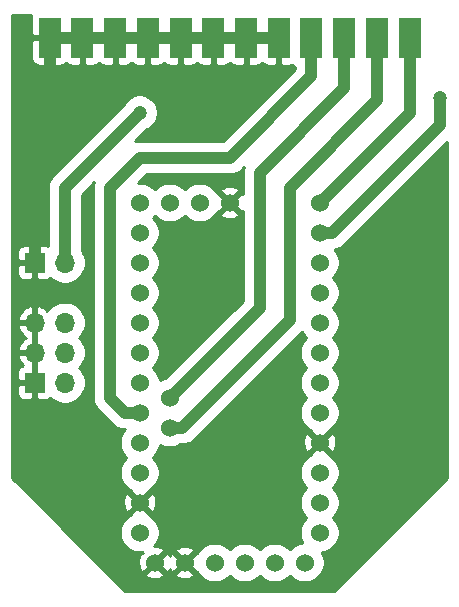
<source format=gbr>
G04 #@! TF.GenerationSoftware,KiCad,Pcbnew,5.1.5+dfsg1-2build2*
G04 #@! TF.CreationDate,2021-03-14T02:46:22+03:00*
G04 #@! TF.ProjectId,grbl-db25,6772626c-2d64-4623-9235-2e6b69636164,rev?*
G04 #@! TF.SameCoordinates,PX66f2fb0PY5e78920*
G04 #@! TF.FileFunction,Copper,L2,Bot*
G04 #@! TF.FilePolarity,Positive*
%FSLAX46Y46*%
G04 Gerber Fmt 4.6, Leading zero omitted, Abs format (unit mm)*
G04 Created by KiCad (PCBNEW 5.1.5+dfsg1-2build2) date 2021-03-14 02:46:22*
%MOMM*%
%LPD*%
G04 APERTURE LIST*
%ADD10C,1.524000*%
%ADD11R,1.700000X1.700000*%
%ADD12O,1.700000X1.700000*%
%ADD13R,1.846667X3.480000*%
%ADD14C,1.200000*%
%ADD15C,1.000000*%
%ADD16C,0.254000*%
G04 APERTURE END LIST*
D10*
X13970000Y-35560000D03*
X26670000Y-36830000D03*
X26670000Y-39370000D03*
X26670000Y-41910000D03*
X26670000Y-44450000D03*
X26670000Y-34290000D03*
X26670000Y-16510000D03*
X11430000Y-16510000D03*
X11430000Y-19050000D03*
X11430000Y-21590000D03*
X11430000Y-24130000D03*
X11430000Y-26670000D03*
X11430000Y-29210000D03*
X11430000Y-31750000D03*
X11430000Y-34290000D03*
X11430000Y-36830000D03*
X11430000Y-41910000D03*
X16510000Y-16510000D03*
X13970000Y-16510000D03*
X13970000Y-33020000D03*
X26670000Y-21590000D03*
X11430000Y-39370000D03*
X26670000Y-19050000D03*
X11430000Y-44450000D03*
X20320000Y-46990000D03*
X22860000Y-46990000D03*
X25400000Y-46990000D03*
X17780000Y-46990000D03*
X15240000Y-46990000D03*
X12700000Y-46990000D03*
X19050000Y-16510000D03*
X26670000Y-31750000D03*
X26670000Y-29210000D03*
X26670000Y-26670000D03*
X26670000Y-24130000D03*
D11*
X2540000Y-31750000D03*
D12*
X5080000Y-31750000D03*
X2540000Y-29210000D03*
X5080000Y-29210000D03*
X2540000Y-26670000D03*
X5080000Y-26670000D03*
X5080000Y-21590000D03*
D11*
X2540000Y-21590000D03*
D13*
X34285000Y-2540000D03*
X31515000Y-2540000D03*
X28745000Y-2540000D03*
X25975000Y-2540000D03*
X23205000Y-2540000D03*
X20435000Y-2540000D03*
X17665000Y-2540000D03*
X14895000Y-2540000D03*
X12125000Y-2540000D03*
X9355000Y-2540000D03*
X6585000Y-2540000D03*
X3815000Y-2540000D03*
D14*
X36830000Y-7620000D03*
X11430000Y-8890000D03*
D15*
X15047630Y-35560000D02*
X24130000Y-26477630D01*
X13970000Y-35560000D02*
X15047630Y-35560000D01*
X24130000Y-26477630D02*
X24130000Y-15240000D01*
X31515000Y-7855000D02*
X24130000Y-15240000D01*
X31515000Y-2540000D02*
X31515000Y-7855000D01*
X2540000Y-21590000D02*
X2540000Y-10160000D01*
X3815000Y-8885000D02*
X3815000Y-2540000D01*
X2540000Y-10160000D02*
X3815000Y-8885000D01*
X3815000Y-2540000D02*
X23205000Y-2540000D01*
X34285000Y-8895000D02*
X34285000Y-2540000D01*
X26670000Y-16510000D02*
X34285000Y-8895000D01*
X21590000Y-13975598D02*
X21590000Y-25400000D01*
X21590000Y-25400000D02*
X13970000Y-33020000D01*
X28745000Y-6820598D02*
X21590000Y-13975598D01*
X28745000Y-2540000D02*
X28745000Y-6820598D01*
X8890000Y-33020000D02*
X10160000Y-34290000D01*
X10160000Y-34290000D02*
X11430000Y-34290000D01*
X8890000Y-15240000D02*
X8890000Y-33020000D01*
X11430000Y-12700000D02*
X8890000Y-15240000D01*
X19050000Y-12700000D02*
X11430000Y-12700000D01*
X25975000Y-5775000D02*
X19050000Y-12700000D01*
X25975000Y-2540000D02*
X25975000Y-5775000D01*
X36830000Y-9967630D02*
X36830000Y-7620000D01*
X27747630Y-19050000D02*
X36830000Y-9967630D01*
X26670000Y-19050000D02*
X27747630Y-19050000D01*
X5080000Y-21590000D02*
X5080000Y-16504402D01*
X5080000Y-16504402D02*
X5080000Y-15240000D01*
X5080000Y-15240000D02*
X11430000Y-8890000D01*
D16*
G36*
X2265855Y-675518D02*
G01*
X2253595Y-800000D01*
X2256667Y-2254250D01*
X2415417Y-2413000D01*
X3688000Y-2413000D01*
X3688000Y-2393000D01*
X3942000Y-2393000D01*
X3942000Y-2413000D01*
X6458000Y-2413000D01*
X6458000Y-2393000D01*
X6712000Y-2393000D01*
X6712000Y-2413000D01*
X9228000Y-2413000D01*
X9228000Y-2393000D01*
X9482000Y-2393000D01*
X9482000Y-2413000D01*
X11998000Y-2413000D01*
X11998000Y-2393000D01*
X12252000Y-2393000D01*
X12252000Y-2413000D01*
X14768000Y-2413000D01*
X14768000Y-2393000D01*
X15022000Y-2393000D01*
X15022000Y-2413000D01*
X17538000Y-2413000D01*
X17538000Y-2393000D01*
X17792000Y-2393000D01*
X17792000Y-2413000D01*
X20308000Y-2413000D01*
X20308000Y-2393000D01*
X20562000Y-2393000D01*
X20562000Y-2413000D01*
X23078000Y-2413000D01*
X23078000Y-2393000D01*
X23332000Y-2393000D01*
X23332000Y-2413000D01*
X23352000Y-2413000D01*
X23352000Y-2667000D01*
X23332000Y-2667000D01*
X23332000Y-4756250D01*
X23490750Y-4915000D01*
X24128333Y-4918072D01*
X24252815Y-4905812D01*
X24343480Y-4878309D01*
X24393008Y-4938659D01*
X24534162Y-5054501D01*
X24548001Y-5061898D01*
X24548001Y-5183916D01*
X18458918Y-11273000D01*
X11500087Y-11273000D01*
X11429999Y-11266097D01*
X11359911Y-11273000D01*
X11359902Y-11273000D01*
X11150259Y-11293648D01*
X10998355Y-11339727D01*
X12053554Y-10284529D01*
X12153306Y-10243210D01*
X12403406Y-10076099D01*
X12616099Y-9863406D01*
X12783210Y-9613306D01*
X12898319Y-9335410D01*
X12957000Y-9040396D01*
X12957000Y-8739604D01*
X12898319Y-8444590D01*
X12783210Y-8166694D01*
X12616099Y-7916594D01*
X12403406Y-7703901D01*
X12153306Y-7536790D01*
X11875410Y-7421681D01*
X11580396Y-7363000D01*
X11279604Y-7363000D01*
X10984590Y-7421681D01*
X10706694Y-7536790D01*
X10456594Y-7703901D01*
X10243901Y-7916594D01*
X10076790Y-8166694D01*
X10035471Y-8266446D01*
X4120523Y-14181395D01*
X4066078Y-14226077D01*
X4021396Y-14280522D01*
X4021392Y-14280526D01*
X3887753Y-14443366D01*
X3755245Y-14691269D01*
X3673648Y-14960259D01*
X3653000Y-15169902D01*
X3653000Y-15169912D01*
X3646097Y-15240000D01*
X3653000Y-15310088D01*
X3653000Y-16574499D01*
X3653001Y-16574509D01*
X3653000Y-20160558D01*
X3634180Y-20150498D01*
X3514482Y-20114188D01*
X3390000Y-20101928D01*
X2825750Y-20105000D01*
X2667000Y-20263750D01*
X2667000Y-21463000D01*
X2687000Y-21463000D01*
X2687000Y-21717000D01*
X2667000Y-21717000D01*
X2667000Y-22916250D01*
X2825750Y-23075000D01*
X3390000Y-23078072D01*
X3514482Y-23065812D01*
X3634180Y-23029502D01*
X3744494Y-22970537D01*
X3841185Y-22891185D01*
X3853330Y-22876387D01*
X3947229Y-22970286D01*
X4238275Y-23164757D01*
X4561668Y-23298711D01*
X4904981Y-23367000D01*
X5255019Y-23367000D01*
X5598332Y-23298711D01*
X5921725Y-23164757D01*
X6212771Y-22970286D01*
X6460286Y-22722771D01*
X6654757Y-22431725D01*
X6788711Y-22108332D01*
X6857000Y-21765019D01*
X6857000Y-21414981D01*
X6788711Y-21071668D01*
X6654757Y-20748275D01*
X6507000Y-20527141D01*
X6507000Y-15831082D01*
X7529728Y-14808354D01*
X7483648Y-14960260D01*
X7463000Y-15169903D01*
X7463000Y-15169912D01*
X7456097Y-15240000D01*
X7463000Y-15310088D01*
X7463001Y-32949902D01*
X7456097Y-33020000D01*
X7483649Y-33299741D01*
X7565246Y-33568731D01*
X7697753Y-33816634D01*
X7831392Y-33979474D01*
X7831396Y-33979478D01*
X7876078Y-34033923D01*
X7930523Y-34078605D01*
X9101390Y-35249472D01*
X9146077Y-35303923D01*
X9363366Y-35482248D01*
X9611269Y-35614755D01*
X9880259Y-35696352D01*
X10089902Y-35717000D01*
X10089911Y-35717000D01*
X10148612Y-35722781D01*
X10118068Y-35753325D01*
X9933228Y-36029959D01*
X9805908Y-36337337D01*
X9741000Y-36663648D01*
X9741000Y-36996352D01*
X9805908Y-37322663D01*
X9933228Y-37630041D01*
X10118068Y-37906675D01*
X10311393Y-38100000D01*
X10118068Y-38293325D01*
X9933228Y-38569959D01*
X9805908Y-38877337D01*
X9741000Y-39203648D01*
X9741000Y-39536352D01*
X9805908Y-39862663D01*
X9933228Y-40170041D01*
X10118068Y-40446675D01*
X10353325Y-40681932D01*
X10629959Y-40866772D01*
X10662003Y-40880045D01*
X10644040Y-40944435D01*
X11430000Y-41730395D01*
X12215960Y-40944435D01*
X12197997Y-40880045D01*
X12230041Y-40866772D01*
X12506675Y-40681932D01*
X12741932Y-40446675D01*
X12926772Y-40170041D01*
X13054092Y-39862663D01*
X13119000Y-39536352D01*
X13119000Y-39203648D01*
X13054092Y-38877337D01*
X12926772Y-38569959D01*
X12741932Y-38293325D01*
X12548607Y-38100000D01*
X12741932Y-37906675D01*
X12926772Y-37630041D01*
X13054092Y-37322663D01*
X13114370Y-37019629D01*
X13169959Y-37056772D01*
X13477337Y-37184092D01*
X13803648Y-37249000D01*
X14136352Y-37249000D01*
X14462663Y-37184092D01*
X14770041Y-37056772D01*
X14874463Y-36987000D01*
X14977542Y-36987000D01*
X15047630Y-36993903D01*
X15117718Y-36987000D01*
X15117728Y-36987000D01*
X15327371Y-36966352D01*
X15539455Y-36902017D01*
X25268090Y-36902017D01*
X25309078Y-37174133D01*
X25402364Y-37433023D01*
X25464344Y-37548980D01*
X25704435Y-37615960D01*
X26490395Y-36830000D01*
X26849605Y-36830000D01*
X27635565Y-37615960D01*
X27875656Y-37548980D01*
X27992756Y-37299952D01*
X28059023Y-37032865D01*
X28071910Y-36757983D01*
X28030922Y-36485867D01*
X27937636Y-36226977D01*
X27875656Y-36111020D01*
X27635565Y-36044040D01*
X26849605Y-36830000D01*
X26490395Y-36830000D01*
X25704435Y-36044040D01*
X25464344Y-36111020D01*
X25347244Y-36360048D01*
X25280977Y-36627135D01*
X25268090Y-36902017D01*
X15539455Y-36902017D01*
X15596361Y-36884755D01*
X15844264Y-36752248D01*
X16061553Y-36573923D01*
X16106239Y-36519473D01*
X25089483Y-27536230D01*
X25143922Y-27491553D01*
X25169320Y-27460606D01*
X25173228Y-27470041D01*
X25358068Y-27746675D01*
X25551393Y-27940000D01*
X25358068Y-28133325D01*
X25173228Y-28409959D01*
X25045908Y-28717337D01*
X24981000Y-29043648D01*
X24981000Y-29376352D01*
X25045908Y-29702663D01*
X25173228Y-30010041D01*
X25358068Y-30286675D01*
X25551393Y-30480000D01*
X25358068Y-30673325D01*
X25173228Y-30949959D01*
X25045908Y-31257337D01*
X24981000Y-31583648D01*
X24981000Y-31916352D01*
X25045908Y-32242663D01*
X25173228Y-32550041D01*
X25358068Y-32826675D01*
X25551393Y-33020000D01*
X25358068Y-33213325D01*
X25173228Y-33489959D01*
X25045908Y-33797337D01*
X24981000Y-34123648D01*
X24981000Y-34456352D01*
X25045908Y-34782663D01*
X25173228Y-35090041D01*
X25358068Y-35366675D01*
X25593325Y-35601932D01*
X25869959Y-35786772D01*
X25902003Y-35800045D01*
X25884040Y-35864435D01*
X26670000Y-36650395D01*
X27455960Y-35864435D01*
X27437997Y-35800045D01*
X27470041Y-35786772D01*
X27746675Y-35601932D01*
X27981932Y-35366675D01*
X28166772Y-35090041D01*
X28294092Y-34782663D01*
X28359000Y-34456352D01*
X28359000Y-34123648D01*
X28294092Y-33797337D01*
X28166772Y-33489959D01*
X27981932Y-33213325D01*
X27788607Y-33020000D01*
X27981932Y-32826675D01*
X28166772Y-32550041D01*
X28294092Y-32242663D01*
X28359000Y-31916352D01*
X28359000Y-31583648D01*
X28294092Y-31257337D01*
X28166772Y-30949959D01*
X27981932Y-30673325D01*
X27788607Y-30480000D01*
X27981932Y-30286675D01*
X28166772Y-30010041D01*
X28294092Y-29702663D01*
X28359000Y-29376352D01*
X28359000Y-29043648D01*
X28294092Y-28717337D01*
X28166772Y-28409959D01*
X27981932Y-28133325D01*
X27788607Y-27940000D01*
X27981932Y-27746675D01*
X28166772Y-27470041D01*
X28294092Y-27162663D01*
X28359000Y-26836352D01*
X28359000Y-26503648D01*
X28294092Y-26177337D01*
X28166772Y-25869959D01*
X27981932Y-25593325D01*
X27788607Y-25400000D01*
X27981932Y-25206675D01*
X28166772Y-24930041D01*
X28294092Y-24622663D01*
X28359000Y-24296352D01*
X28359000Y-23963648D01*
X28294092Y-23637337D01*
X28166772Y-23329959D01*
X27981932Y-23053325D01*
X27788607Y-22860000D01*
X27981932Y-22666675D01*
X28166772Y-22390041D01*
X28294092Y-22082663D01*
X28359000Y-21756352D01*
X28359000Y-21423648D01*
X28294092Y-21097337D01*
X28166772Y-20789959D01*
X27981932Y-20513325D01*
X27934141Y-20465534D01*
X28027371Y-20456352D01*
X28296361Y-20374755D01*
X28544264Y-20242248D01*
X28761553Y-20063923D01*
X28806239Y-20009473D01*
X37440001Y-11375712D01*
X37440001Y-39850393D01*
X27887394Y-49403000D01*
X10212606Y-49403000D01*
X8765171Y-47955565D01*
X11914040Y-47955565D01*
X11981020Y-48195656D01*
X12230048Y-48312756D01*
X12497135Y-48379023D01*
X12772017Y-48391910D01*
X13044133Y-48350922D01*
X13303023Y-48257636D01*
X13418980Y-48195656D01*
X13485960Y-47955565D01*
X14454040Y-47955565D01*
X14521020Y-48195656D01*
X14770048Y-48312756D01*
X15037135Y-48379023D01*
X15312017Y-48391910D01*
X15584133Y-48350922D01*
X15843023Y-48257636D01*
X15958980Y-48195656D01*
X16025960Y-47955565D01*
X15240000Y-47169605D01*
X14454040Y-47955565D01*
X13485960Y-47955565D01*
X12700000Y-47169605D01*
X11914040Y-47955565D01*
X8765171Y-47955565D01*
X5093254Y-44283648D01*
X9741000Y-44283648D01*
X9741000Y-44616352D01*
X9805908Y-44942663D01*
X9933228Y-45250041D01*
X10118068Y-45526675D01*
X10353325Y-45761932D01*
X10629959Y-45946772D01*
X10937337Y-46074092D01*
X11263648Y-46139000D01*
X11596352Y-46139000D01*
X11657274Y-46126882D01*
X11734433Y-46204041D01*
X11494344Y-46271020D01*
X11377244Y-46520048D01*
X11310977Y-46787135D01*
X11298090Y-47062017D01*
X11339078Y-47334133D01*
X11432364Y-47593023D01*
X11494344Y-47708980D01*
X11734435Y-47775960D01*
X12520395Y-46990000D01*
X12879605Y-46990000D01*
X13665565Y-47775960D01*
X13905656Y-47708980D01*
X13967079Y-47578356D01*
X13972364Y-47593023D01*
X14034344Y-47708980D01*
X14274435Y-47775960D01*
X15060395Y-46990000D01*
X15419605Y-46990000D01*
X16205565Y-47775960D01*
X16269955Y-47757997D01*
X16283228Y-47790041D01*
X16468068Y-48066675D01*
X16703325Y-48301932D01*
X16979959Y-48486772D01*
X17287337Y-48614092D01*
X17613648Y-48679000D01*
X17946352Y-48679000D01*
X18272663Y-48614092D01*
X18580041Y-48486772D01*
X18856675Y-48301932D01*
X19050000Y-48108607D01*
X19243325Y-48301932D01*
X19519959Y-48486772D01*
X19827337Y-48614092D01*
X20153648Y-48679000D01*
X20486352Y-48679000D01*
X20812663Y-48614092D01*
X21120041Y-48486772D01*
X21396675Y-48301932D01*
X21590000Y-48108607D01*
X21783325Y-48301932D01*
X22059959Y-48486772D01*
X22367337Y-48614092D01*
X22693648Y-48679000D01*
X23026352Y-48679000D01*
X23352663Y-48614092D01*
X23660041Y-48486772D01*
X23936675Y-48301932D01*
X24130000Y-48108607D01*
X24323325Y-48301932D01*
X24599959Y-48486772D01*
X24907337Y-48614092D01*
X25233648Y-48679000D01*
X25566352Y-48679000D01*
X25892663Y-48614092D01*
X26200041Y-48486772D01*
X26476675Y-48301932D01*
X26711932Y-48066675D01*
X26896772Y-47790041D01*
X27024092Y-47482663D01*
X27089000Y-47156352D01*
X27089000Y-46823648D01*
X27024092Y-46497337D01*
X26896772Y-46189959D01*
X26859629Y-46134370D01*
X27162663Y-46074092D01*
X27470041Y-45946772D01*
X27746675Y-45761932D01*
X27981932Y-45526675D01*
X28166772Y-45250041D01*
X28294092Y-44942663D01*
X28359000Y-44616352D01*
X28359000Y-44283648D01*
X28294092Y-43957337D01*
X28166772Y-43649959D01*
X27981932Y-43373325D01*
X27788607Y-43180000D01*
X27981932Y-42986675D01*
X28166772Y-42710041D01*
X28294092Y-42402663D01*
X28359000Y-42076352D01*
X28359000Y-41743648D01*
X28294092Y-41417337D01*
X28166772Y-41109959D01*
X27981932Y-40833325D01*
X27788607Y-40640000D01*
X27981932Y-40446675D01*
X28166772Y-40170041D01*
X28294092Y-39862663D01*
X28359000Y-39536352D01*
X28359000Y-39203648D01*
X28294092Y-38877337D01*
X28166772Y-38569959D01*
X27981932Y-38293325D01*
X27746675Y-38058068D01*
X27470041Y-37873228D01*
X27437997Y-37859955D01*
X27455960Y-37795565D01*
X26670000Y-37009605D01*
X25884040Y-37795565D01*
X25902003Y-37859955D01*
X25869959Y-37873228D01*
X25593325Y-38058068D01*
X25358068Y-38293325D01*
X25173228Y-38569959D01*
X25045908Y-38877337D01*
X24981000Y-39203648D01*
X24981000Y-39536352D01*
X25045908Y-39862663D01*
X25173228Y-40170041D01*
X25358068Y-40446675D01*
X25551393Y-40640000D01*
X25358068Y-40833325D01*
X25173228Y-41109959D01*
X25045908Y-41417337D01*
X24981000Y-41743648D01*
X24981000Y-42076352D01*
X25045908Y-42402663D01*
X25173228Y-42710041D01*
X25358068Y-42986675D01*
X25551393Y-43180000D01*
X25358068Y-43373325D01*
X25173228Y-43649959D01*
X25045908Y-43957337D01*
X24981000Y-44283648D01*
X24981000Y-44616352D01*
X25045908Y-44942663D01*
X25173228Y-45250041D01*
X25210371Y-45305630D01*
X24907337Y-45365908D01*
X24599959Y-45493228D01*
X24323325Y-45678068D01*
X24130000Y-45871393D01*
X23936675Y-45678068D01*
X23660041Y-45493228D01*
X23352663Y-45365908D01*
X23026352Y-45301000D01*
X22693648Y-45301000D01*
X22367337Y-45365908D01*
X22059959Y-45493228D01*
X21783325Y-45678068D01*
X21590000Y-45871393D01*
X21396675Y-45678068D01*
X21120041Y-45493228D01*
X20812663Y-45365908D01*
X20486352Y-45301000D01*
X20153648Y-45301000D01*
X19827337Y-45365908D01*
X19519959Y-45493228D01*
X19243325Y-45678068D01*
X19050000Y-45871393D01*
X18856675Y-45678068D01*
X18580041Y-45493228D01*
X18272663Y-45365908D01*
X17946352Y-45301000D01*
X17613648Y-45301000D01*
X17287337Y-45365908D01*
X16979959Y-45493228D01*
X16703325Y-45678068D01*
X16468068Y-45913325D01*
X16283228Y-46189959D01*
X16269955Y-46222003D01*
X16205565Y-46204040D01*
X15419605Y-46990000D01*
X15060395Y-46990000D01*
X14274435Y-46204040D01*
X14034344Y-46271020D01*
X13972921Y-46401644D01*
X13967636Y-46386977D01*
X13905656Y-46271020D01*
X13665565Y-46204040D01*
X12879605Y-46990000D01*
X12520395Y-46990000D01*
X12506253Y-46975858D01*
X12685858Y-46796253D01*
X12700000Y-46810395D01*
X13485960Y-46024435D01*
X14454040Y-46024435D01*
X15240000Y-46810395D01*
X16025960Y-46024435D01*
X15958980Y-45784344D01*
X15709952Y-45667244D01*
X15442865Y-45600977D01*
X15167983Y-45588090D01*
X14895867Y-45629078D01*
X14636977Y-45722364D01*
X14521020Y-45784344D01*
X14454040Y-46024435D01*
X13485960Y-46024435D01*
X13418980Y-45784344D01*
X13169952Y-45667244D01*
X12902865Y-45600977D01*
X12678164Y-45590443D01*
X12741932Y-45526675D01*
X12926772Y-45250041D01*
X13054092Y-44942663D01*
X13119000Y-44616352D01*
X13119000Y-44283648D01*
X13054092Y-43957337D01*
X12926772Y-43649959D01*
X12741932Y-43373325D01*
X12506675Y-43138068D01*
X12230041Y-42953228D01*
X12197997Y-42939955D01*
X12215960Y-42875565D01*
X11430000Y-42089605D01*
X10644040Y-42875565D01*
X10662003Y-42939955D01*
X10629959Y-42953228D01*
X10353325Y-43138068D01*
X10118068Y-43373325D01*
X9933228Y-43649959D01*
X9805908Y-43957337D01*
X9741000Y-44283648D01*
X5093254Y-44283648D01*
X2791623Y-41982017D01*
X10028090Y-41982017D01*
X10069078Y-42254133D01*
X10162364Y-42513023D01*
X10224344Y-42628980D01*
X10464435Y-42695960D01*
X11250395Y-41910000D01*
X11609605Y-41910000D01*
X12395565Y-42695960D01*
X12635656Y-42628980D01*
X12752756Y-42379952D01*
X12819023Y-42112865D01*
X12831910Y-41837983D01*
X12790922Y-41565867D01*
X12697636Y-41306977D01*
X12635656Y-41191020D01*
X12395565Y-41124040D01*
X11609605Y-41910000D01*
X11250395Y-41910000D01*
X10464435Y-41124040D01*
X10224344Y-41191020D01*
X10107244Y-41440048D01*
X10040977Y-41707135D01*
X10028090Y-41982017D01*
X2791623Y-41982017D01*
X660000Y-39850394D01*
X660000Y-32600000D01*
X1051928Y-32600000D01*
X1064188Y-32724482D01*
X1100498Y-32844180D01*
X1159463Y-32954494D01*
X1238815Y-33051185D01*
X1335506Y-33130537D01*
X1445820Y-33189502D01*
X1565518Y-33225812D01*
X1690000Y-33238072D01*
X2254250Y-33235000D01*
X2413000Y-33076250D01*
X2413000Y-31877000D01*
X1213750Y-31877000D01*
X1055000Y-32035750D01*
X1051928Y-32600000D01*
X660000Y-32600000D01*
X660000Y-30900000D01*
X1051928Y-30900000D01*
X1055000Y-31464250D01*
X1213750Y-31623000D01*
X2413000Y-31623000D01*
X2413000Y-29337000D01*
X1219845Y-29337000D01*
X1098524Y-29566890D01*
X1143175Y-29714099D01*
X1268359Y-29976920D01*
X1442412Y-30210269D01*
X1526466Y-30286034D01*
X1445820Y-30310498D01*
X1335506Y-30369463D01*
X1238815Y-30448815D01*
X1159463Y-30545506D01*
X1100498Y-30655820D01*
X1064188Y-30775518D01*
X1051928Y-30900000D01*
X660000Y-30900000D01*
X660000Y-27026890D01*
X1098524Y-27026890D01*
X1143175Y-27174099D01*
X1268359Y-27436920D01*
X1442412Y-27670269D01*
X1658645Y-27865178D01*
X1784255Y-27940000D01*
X1658645Y-28014822D01*
X1442412Y-28209731D01*
X1268359Y-28443080D01*
X1143175Y-28705901D01*
X1098524Y-28853110D01*
X1219845Y-29083000D01*
X2413000Y-29083000D01*
X2413000Y-26797000D01*
X1219845Y-26797000D01*
X1098524Y-27026890D01*
X660000Y-27026890D01*
X660000Y-26313110D01*
X1098524Y-26313110D01*
X1219845Y-26543000D01*
X2413000Y-26543000D01*
X2413000Y-25349186D01*
X2667000Y-25349186D01*
X2667000Y-26543000D01*
X2687000Y-26543000D01*
X2687000Y-26797000D01*
X2667000Y-26797000D01*
X2667000Y-29083000D01*
X2687000Y-29083000D01*
X2687000Y-29337000D01*
X2667000Y-29337000D01*
X2667000Y-31623000D01*
X2687000Y-31623000D01*
X2687000Y-31877000D01*
X2667000Y-31877000D01*
X2667000Y-33076250D01*
X2825750Y-33235000D01*
X3390000Y-33238072D01*
X3514482Y-33225812D01*
X3634180Y-33189502D01*
X3744494Y-33130537D01*
X3841185Y-33051185D01*
X3853330Y-33036387D01*
X3947229Y-33130286D01*
X4238275Y-33324757D01*
X4561668Y-33458711D01*
X4904981Y-33527000D01*
X5255019Y-33527000D01*
X5598332Y-33458711D01*
X5921725Y-33324757D01*
X6212771Y-33130286D01*
X6460286Y-32882771D01*
X6654757Y-32591725D01*
X6788711Y-32268332D01*
X6857000Y-31925019D01*
X6857000Y-31574981D01*
X6788711Y-31231668D01*
X6654757Y-30908275D01*
X6460286Y-30617229D01*
X6323057Y-30480000D01*
X6460286Y-30342771D01*
X6654757Y-30051725D01*
X6788711Y-29728332D01*
X6857000Y-29385019D01*
X6857000Y-29034981D01*
X6788711Y-28691668D01*
X6654757Y-28368275D01*
X6460286Y-28077229D01*
X6323057Y-27940000D01*
X6460286Y-27802771D01*
X6654757Y-27511725D01*
X6788711Y-27188332D01*
X6857000Y-26845019D01*
X6857000Y-26494981D01*
X6788711Y-26151668D01*
X6654757Y-25828275D01*
X6460286Y-25537229D01*
X6212771Y-25289714D01*
X5921725Y-25095243D01*
X5598332Y-24961289D01*
X5255019Y-24893000D01*
X4904981Y-24893000D01*
X4561668Y-24961289D01*
X4238275Y-25095243D01*
X3947229Y-25289714D01*
X3699714Y-25537229D01*
X3621106Y-25654874D01*
X3421355Y-25474822D01*
X3171252Y-25325843D01*
X2896891Y-25228519D01*
X2667000Y-25349186D01*
X2413000Y-25349186D01*
X2183109Y-25228519D01*
X1908748Y-25325843D01*
X1658645Y-25474822D01*
X1442412Y-25669731D01*
X1268359Y-25903080D01*
X1143175Y-26165901D01*
X1098524Y-26313110D01*
X660000Y-26313110D01*
X660000Y-22440000D01*
X1051928Y-22440000D01*
X1064188Y-22564482D01*
X1100498Y-22684180D01*
X1159463Y-22794494D01*
X1238815Y-22891185D01*
X1335506Y-22970537D01*
X1445820Y-23029502D01*
X1565518Y-23065812D01*
X1690000Y-23078072D01*
X2254250Y-23075000D01*
X2413000Y-22916250D01*
X2413000Y-21717000D01*
X1213750Y-21717000D01*
X1055000Y-21875750D01*
X1051928Y-22440000D01*
X660000Y-22440000D01*
X660000Y-20740000D01*
X1051928Y-20740000D01*
X1055000Y-21304250D01*
X1213750Y-21463000D01*
X2413000Y-21463000D01*
X2413000Y-20263750D01*
X2254250Y-20105000D01*
X1690000Y-20101928D01*
X1565518Y-20114188D01*
X1445820Y-20150498D01*
X1335506Y-20209463D01*
X1238815Y-20288815D01*
X1159463Y-20385506D01*
X1100498Y-20495820D01*
X1064188Y-20615518D01*
X1051928Y-20740000D01*
X660000Y-20740000D01*
X660000Y-4280000D01*
X2253595Y-4280000D01*
X2265855Y-4404482D01*
X2302165Y-4524180D01*
X2361130Y-4634494D01*
X2440482Y-4731185D01*
X2537173Y-4810537D01*
X2647487Y-4869502D01*
X2767185Y-4905812D01*
X2891667Y-4918072D01*
X3529250Y-4915000D01*
X3688000Y-4756250D01*
X3688000Y-2667000D01*
X3942000Y-2667000D01*
X3942000Y-4756250D01*
X4100750Y-4915000D01*
X4738333Y-4918072D01*
X4862815Y-4905812D01*
X4982513Y-4869502D01*
X5092827Y-4810537D01*
X5189518Y-4731185D01*
X5200000Y-4718413D01*
X5210482Y-4731185D01*
X5307173Y-4810537D01*
X5417487Y-4869502D01*
X5537185Y-4905812D01*
X5661667Y-4918072D01*
X6299250Y-4915000D01*
X6458000Y-4756250D01*
X6458000Y-2667000D01*
X6712000Y-2667000D01*
X6712000Y-4756250D01*
X6870750Y-4915000D01*
X7508333Y-4918072D01*
X7632815Y-4905812D01*
X7752513Y-4869502D01*
X7862827Y-4810537D01*
X7959518Y-4731185D01*
X7970000Y-4718413D01*
X7980482Y-4731185D01*
X8077173Y-4810537D01*
X8187487Y-4869502D01*
X8307185Y-4905812D01*
X8431667Y-4918072D01*
X9069250Y-4915000D01*
X9228000Y-4756250D01*
X9228000Y-2667000D01*
X9482000Y-2667000D01*
X9482000Y-4756250D01*
X9640750Y-4915000D01*
X10278333Y-4918072D01*
X10402815Y-4905812D01*
X10522513Y-4869502D01*
X10632827Y-4810537D01*
X10729518Y-4731185D01*
X10740000Y-4718413D01*
X10750482Y-4731185D01*
X10847173Y-4810537D01*
X10957487Y-4869502D01*
X11077185Y-4905812D01*
X11201667Y-4918072D01*
X11839250Y-4915000D01*
X11998000Y-4756250D01*
X11998000Y-2667000D01*
X12252000Y-2667000D01*
X12252000Y-4756250D01*
X12410750Y-4915000D01*
X13048333Y-4918072D01*
X13172815Y-4905812D01*
X13292513Y-4869502D01*
X13402827Y-4810537D01*
X13499518Y-4731185D01*
X13510000Y-4718413D01*
X13520482Y-4731185D01*
X13617173Y-4810537D01*
X13727487Y-4869502D01*
X13847185Y-4905812D01*
X13971667Y-4918072D01*
X14609250Y-4915000D01*
X14768000Y-4756250D01*
X14768000Y-2667000D01*
X15022000Y-2667000D01*
X15022000Y-4756250D01*
X15180750Y-4915000D01*
X15818333Y-4918072D01*
X15942815Y-4905812D01*
X16062513Y-4869502D01*
X16172827Y-4810537D01*
X16269518Y-4731185D01*
X16280000Y-4718413D01*
X16290482Y-4731185D01*
X16387173Y-4810537D01*
X16497487Y-4869502D01*
X16617185Y-4905812D01*
X16741667Y-4918072D01*
X17379250Y-4915000D01*
X17538000Y-4756250D01*
X17538000Y-2667000D01*
X17792000Y-2667000D01*
X17792000Y-4756250D01*
X17950750Y-4915000D01*
X18588333Y-4918072D01*
X18712815Y-4905812D01*
X18832513Y-4869502D01*
X18942827Y-4810537D01*
X19039518Y-4731185D01*
X19050000Y-4718413D01*
X19060482Y-4731185D01*
X19157173Y-4810537D01*
X19267487Y-4869502D01*
X19387185Y-4905812D01*
X19511667Y-4918072D01*
X20149250Y-4915000D01*
X20308000Y-4756250D01*
X20308000Y-2667000D01*
X20562000Y-2667000D01*
X20562000Y-4756250D01*
X20720750Y-4915000D01*
X21358333Y-4918072D01*
X21482815Y-4905812D01*
X21602513Y-4869502D01*
X21712827Y-4810537D01*
X21809518Y-4731185D01*
X21820000Y-4718413D01*
X21830482Y-4731185D01*
X21927173Y-4810537D01*
X22037487Y-4869502D01*
X22157185Y-4905812D01*
X22281667Y-4918072D01*
X22919250Y-4915000D01*
X23078000Y-4756250D01*
X23078000Y-2667000D01*
X20562000Y-2667000D01*
X20308000Y-2667000D01*
X17792000Y-2667000D01*
X17538000Y-2667000D01*
X15022000Y-2667000D01*
X14768000Y-2667000D01*
X12252000Y-2667000D01*
X11998000Y-2667000D01*
X9482000Y-2667000D01*
X9228000Y-2667000D01*
X6712000Y-2667000D01*
X6458000Y-2667000D01*
X3942000Y-2667000D01*
X3688000Y-2667000D01*
X2415417Y-2667000D01*
X2256667Y-2825750D01*
X2253595Y-4280000D01*
X660000Y-4280000D01*
X660000Y-660000D01*
X2270562Y-660000D01*
X2265855Y-675518D01*
G37*
X2265855Y-675518D02*
X2253595Y-800000D01*
X2256667Y-2254250D01*
X2415417Y-2413000D01*
X3688000Y-2413000D01*
X3688000Y-2393000D01*
X3942000Y-2393000D01*
X3942000Y-2413000D01*
X6458000Y-2413000D01*
X6458000Y-2393000D01*
X6712000Y-2393000D01*
X6712000Y-2413000D01*
X9228000Y-2413000D01*
X9228000Y-2393000D01*
X9482000Y-2393000D01*
X9482000Y-2413000D01*
X11998000Y-2413000D01*
X11998000Y-2393000D01*
X12252000Y-2393000D01*
X12252000Y-2413000D01*
X14768000Y-2413000D01*
X14768000Y-2393000D01*
X15022000Y-2393000D01*
X15022000Y-2413000D01*
X17538000Y-2413000D01*
X17538000Y-2393000D01*
X17792000Y-2393000D01*
X17792000Y-2413000D01*
X20308000Y-2413000D01*
X20308000Y-2393000D01*
X20562000Y-2393000D01*
X20562000Y-2413000D01*
X23078000Y-2413000D01*
X23078000Y-2393000D01*
X23332000Y-2393000D01*
X23332000Y-2413000D01*
X23352000Y-2413000D01*
X23352000Y-2667000D01*
X23332000Y-2667000D01*
X23332000Y-4756250D01*
X23490750Y-4915000D01*
X24128333Y-4918072D01*
X24252815Y-4905812D01*
X24343480Y-4878309D01*
X24393008Y-4938659D01*
X24534162Y-5054501D01*
X24548001Y-5061898D01*
X24548001Y-5183916D01*
X18458918Y-11273000D01*
X11500087Y-11273000D01*
X11429999Y-11266097D01*
X11359911Y-11273000D01*
X11359902Y-11273000D01*
X11150259Y-11293648D01*
X10998355Y-11339727D01*
X12053554Y-10284529D01*
X12153306Y-10243210D01*
X12403406Y-10076099D01*
X12616099Y-9863406D01*
X12783210Y-9613306D01*
X12898319Y-9335410D01*
X12957000Y-9040396D01*
X12957000Y-8739604D01*
X12898319Y-8444590D01*
X12783210Y-8166694D01*
X12616099Y-7916594D01*
X12403406Y-7703901D01*
X12153306Y-7536790D01*
X11875410Y-7421681D01*
X11580396Y-7363000D01*
X11279604Y-7363000D01*
X10984590Y-7421681D01*
X10706694Y-7536790D01*
X10456594Y-7703901D01*
X10243901Y-7916594D01*
X10076790Y-8166694D01*
X10035471Y-8266446D01*
X4120523Y-14181395D01*
X4066078Y-14226077D01*
X4021396Y-14280522D01*
X4021392Y-14280526D01*
X3887753Y-14443366D01*
X3755245Y-14691269D01*
X3673648Y-14960259D01*
X3653000Y-15169902D01*
X3653000Y-15169912D01*
X3646097Y-15240000D01*
X3653000Y-15310088D01*
X3653000Y-16574499D01*
X3653001Y-16574509D01*
X3653000Y-20160558D01*
X3634180Y-20150498D01*
X3514482Y-20114188D01*
X3390000Y-20101928D01*
X2825750Y-20105000D01*
X2667000Y-20263750D01*
X2667000Y-21463000D01*
X2687000Y-21463000D01*
X2687000Y-21717000D01*
X2667000Y-21717000D01*
X2667000Y-22916250D01*
X2825750Y-23075000D01*
X3390000Y-23078072D01*
X3514482Y-23065812D01*
X3634180Y-23029502D01*
X3744494Y-22970537D01*
X3841185Y-22891185D01*
X3853330Y-22876387D01*
X3947229Y-22970286D01*
X4238275Y-23164757D01*
X4561668Y-23298711D01*
X4904981Y-23367000D01*
X5255019Y-23367000D01*
X5598332Y-23298711D01*
X5921725Y-23164757D01*
X6212771Y-22970286D01*
X6460286Y-22722771D01*
X6654757Y-22431725D01*
X6788711Y-22108332D01*
X6857000Y-21765019D01*
X6857000Y-21414981D01*
X6788711Y-21071668D01*
X6654757Y-20748275D01*
X6507000Y-20527141D01*
X6507000Y-15831082D01*
X7529728Y-14808354D01*
X7483648Y-14960260D01*
X7463000Y-15169903D01*
X7463000Y-15169912D01*
X7456097Y-15240000D01*
X7463000Y-15310088D01*
X7463001Y-32949902D01*
X7456097Y-33020000D01*
X7483649Y-33299741D01*
X7565246Y-33568731D01*
X7697753Y-33816634D01*
X7831392Y-33979474D01*
X7831396Y-33979478D01*
X7876078Y-34033923D01*
X7930523Y-34078605D01*
X9101390Y-35249472D01*
X9146077Y-35303923D01*
X9363366Y-35482248D01*
X9611269Y-35614755D01*
X9880259Y-35696352D01*
X10089902Y-35717000D01*
X10089911Y-35717000D01*
X10148612Y-35722781D01*
X10118068Y-35753325D01*
X9933228Y-36029959D01*
X9805908Y-36337337D01*
X9741000Y-36663648D01*
X9741000Y-36996352D01*
X9805908Y-37322663D01*
X9933228Y-37630041D01*
X10118068Y-37906675D01*
X10311393Y-38100000D01*
X10118068Y-38293325D01*
X9933228Y-38569959D01*
X9805908Y-38877337D01*
X9741000Y-39203648D01*
X9741000Y-39536352D01*
X9805908Y-39862663D01*
X9933228Y-40170041D01*
X10118068Y-40446675D01*
X10353325Y-40681932D01*
X10629959Y-40866772D01*
X10662003Y-40880045D01*
X10644040Y-40944435D01*
X11430000Y-41730395D01*
X12215960Y-40944435D01*
X12197997Y-40880045D01*
X12230041Y-40866772D01*
X12506675Y-40681932D01*
X12741932Y-40446675D01*
X12926772Y-40170041D01*
X13054092Y-39862663D01*
X13119000Y-39536352D01*
X13119000Y-39203648D01*
X13054092Y-38877337D01*
X12926772Y-38569959D01*
X12741932Y-38293325D01*
X12548607Y-38100000D01*
X12741932Y-37906675D01*
X12926772Y-37630041D01*
X13054092Y-37322663D01*
X13114370Y-37019629D01*
X13169959Y-37056772D01*
X13477337Y-37184092D01*
X13803648Y-37249000D01*
X14136352Y-37249000D01*
X14462663Y-37184092D01*
X14770041Y-37056772D01*
X14874463Y-36987000D01*
X14977542Y-36987000D01*
X15047630Y-36993903D01*
X15117718Y-36987000D01*
X15117728Y-36987000D01*
X15327371Y-36966352D01*
X15539455Y-36902017D01*
X25268090Y-36902017D01*
X25309078Y-37174133D01*
X25402364Y-37433023D01*
X25464344Y-37548980D01*
X25704435Y-37615960D01*
X26490395Y-36830000D01*
X26849605Y-36830000D01*
X27635565Y-37615960D01*
X27875656Y-37548980D01*
X27992756Y-37299952D01*
X28059023Y-37032865D01*
X28071910Y-36757983D01*
X28030922Y-36485867D01*
X27937636Y-36226977D01*
X27875656Y-36111020D01*
X27635565Y-36044040D01*
X26849605Y-36830000D01*
X26490395Y-36830000D01*
X25704435Y-36044040D01*
X25464344Y-36111020D01*
X25347244Y-36360048D01*
X25280977Y-36627135D01*
X25268090Y-36902017D01*
X15539455Y-36902017D01*
X15596361Y-36884755D01*
X15844264Y-36752248D01*
X16061553Y-36573923D01*
X16106239Y-36519473D01*
X25089483Y-27536230D01*
X25143922Y-27491553D01*
X25169320Y-27460606D01*
X25173228Y-27470041D01*
X25358068Y-27746675D01*
X25551393Y-27940000D01*
X25358068Y-28133325D01*
X25173228Y-28409959D01*
X25045908Y-28717337D01*
X24981000Y-29043648D01*
X24981000Y-29376352D01*
X25045908Y-29702663D01*
X25173228Y-30010041D01*
X25358068Y-30286675D01*
X25551393Y-30480000D01*
X25358068Y-30673325D01*
X25173228Y-30949959D01*
X25045908Y-31257337D01*
X24981000Y-31583648D01*
X24981000Y-31916352D01*
X25045908Y-32242663D01*
X25173228Y-32550041D01*
X25358068Y-32826675D01*
X25551393Y-33020000D01*
X25358068Y-33213325D01*
X25173228Y-33489959D01*
X25045908Y-33797337D01*
X24981000Y-34123648D01*
X24981000Y-34456352D01*
X25045908Y-34782663D01*
X25173228Y-35090041D01*
X25358068Y-35366675D01*
X25593325Y-35601932D01*
X25869959Y-35786772D01*
X25902003Y-35800045D01*
X25884040Y-35864435D01*
X26670000Y-36650395D01*
X27455960Y-35864435D01*
X27437997Y-35800045D01*
X27470041Y-35786772D01*
X27746675Y-35601932D01*
X27981932Y-35366675D01*
X28166772Y-35090041D01*
X28294092Y-34782663D01*
X28359000Y-34456352D01*
X28359000Y-34123648D01*
X28294092Y-33797337D01*
X28166772Y-33489959D01*
X27981932Y-33213325D01*
X27788607Y-33020000D01*
X27981932Y-32826675D01*
X28166772Y-32550041D01*
X28294092Y-32242663D01*
X28359000Y-31916352D01*
X28359000Y-31583648D01*
X28294092Y-31257337D01*
X28166772Y-30949959D01*
X27981932Y-30673325D01*
X27788607Y-30480000D01*
X27981932Y-30286675D01*
X28166772Y-30010041D01*
X28294092Y-29702663D01*
X28359000Y-29376352D01*
X28359000Y-29043648D01*
X28294092Y-28717337D01*
X28166772Y-28409959D01*
X27981932Y-28133325D01*
X27788607Y-27940000D01*
X27981932Y-27746675D01*
X28166772Y-27470041D01*
X28294092Y-27162663D01*
X28359000Y-26836352D01*
X28359000Y-26503648D01*
X28294092Y-26177337D01*
X28166772Y-25869959D01*
X27981932Y-25593325D01*
X27788607Y-25400000D01*
X27981932Y-25206675D01*
X28166772Y-24930041D01*
X28294092Y-24622663D01*
X28359000Y-24296352D01*
X28359000Y-23963648D01*
X28294092Y-23637337D01*
X28166772Y-23329959D01*
X27981932Y-23053325D01*
X27788607Y-22860000D01*
X27981932Y-22666675D01*
X28166772Y-22390041D01*
X28294092Y-22082663D01*
X28359000Y-21756352D01*
X28359000Y-21423648D01*
X28294092Y-21097337D01*
X28166772Y-20789959D01*
X27981932Y-20513325D01*
X27934141Y-20465534D01*
X28027371Y-20456352D01*
X28296361Y-20374755D01*
X28544264Y-20242248D01*
X28761553Y-20063923D01*
X28806239Y-20009473D01*
X37440001Y-11375712D01*
X37440001Y-39850393D01*
X27887394Y-49403000D01*
X10212606Y-49403000D01*
X8765171Y-47955565D01*
X11914040Y-47955565D01*
X11981020Y-48195656D01*
X12230048Y-48312756D01*
X12497135Y-48379023D01*
X12772017Y-48391910D01*
X13044133Y-48350922D01*
X13303023Y-48257636D01*
X13418980Y-48195656D01*
X13485960Y-47955565D01*
X14454040Y-47955565D01*
X14521020Y-48195656D01*
X14770048Y-48312756D01*
X15037135Y-48379023D01*
X15312017Y-48391910D01*
X15584133Y-48350922D01*
X15843023Y-48257636D01*
X15958980Y-48195656D01*
X16025960Y-47955565D01*
X15240000Y-47169605D01*
X14454040Y-47955565D01*
X13485960Y-47955565D01*
X12700000Y-47169605D01*
X11914040Y-47955565D01*
X8765171Y-47955565D01*
X5093254Y-44283648D01*
X9741000Y-44283648D01*
X9741000Y-44616352D01*
X9805908Y-44942663D01*
X9933228Y-45250041D01*
X10118068Y-45526675D01*
X10353325Y-45761932D01*
X10629959Y-45946772D01*
X10937337Y-46074092D01*
X11263648Y-46139000D01*
X11596352Y-46139000D01*
X11657274Y-46126882D01*
X11734433Y-46204041D01*
X11494344Y-46271020D01*
X11377244Y-46520048D01*
X11310977Y-46787135D01*
X11298090Y-47062017D01*
X11339078Y-47334133D01*
X11432364Y-47593023D01*
X11494344Y-47708980D01*
X11734435Y-47775960D01*
X12520395Y-46990000D01*
X12879605Y-46990000D01*
X13665565Y-47775960D01*
X13905656Y-47708980D01*
X13967079Y-47578356D01*
X13972364Y-47593023D01*
X14034344Y-47708980D01*
X14274435Y-47775960D01*
X15060395Y-46990000D01*
X15419605Y-46990000D01*
X16205565Y-47775960D01*
X16269955Y-47757997D01*
X16283228Y-47790041D01*
X16468068Y-48066675D01*
X16703325Y-48301932D01*
X16979959Y-48486772D01*
X17287337Y-48614092D01*
X17613648Y-48679000D01*
X17946352Y-48679000D01*
X18272663Y-48614092D01*
X18580041Y-48486772D01*
X18856675Y-48301932D01*
X19050000Y-48108607D01*
X19243325Y-48301932D01*
X19519959Y-48486772D01*
X19827337Y-48614092D01*
X20153648Y-48679000D01*
X20486352Y-48679000D01*
X20812663Y-48614092D01*
X21120041Y-48486772D01*
X21396675Y-48301932D01*
X21590000Y-48108607D01*
X21783325Y-48301932D01*
X22059959Y-48486772D01*
X22367337Y-48614092D01*
X22693648Y-48679000D01*
X23026352Y-48679000D01*
X23352663Y-48614092D01*
X23660041Y-48486772D01*
X23936675Y-48301932D01*
X24130000Y-48108607D01*
X24323325Y-48301932D01*
X24599959Y-48486772D01*
X24907337Y-48614092D01*
X25233648Y-48679000D01*
X25566352Y-48679000D01*
X25892663Y-48614092D01*
X26200041Y-48486772D01*
X26476675Y-48301932D01*
X26711932Y-48066675D01*
X26896772Y-47790041D01*
X27024092Y-47482663D01*
X27089000Y-47156352D01*
X27089000Y-46823648D01*
X27024092Y-46497337D01*
X26896772Y-46189959D01*
X26859629Y-46134370D01*
X27162663Y-46074092D01*
X27470041Y-45946772D01*
X27746675Y-45761932D01*
X27981932Y-45526675D01*
X28166772Y-45250041D01*
X28294092Y-44942663D01*
X28359000Y-44616352D01*
X28359000Y-44283648D01*
X28294092Y-43957337D01*
X28166772Y-43649959D01*
X27981932Y-43373325D01*
X27788607Y-43180000D01*
X27981932Y-42986675D01*
X28166772Y-42710041D01*
X28294092Y-42402663D01*
X28359000Y-42076352D01*
X28359000Y-41743648D01*
X28294092Y-41417337D01*
X28166772Y-41109959D01*
X27981932Y-40833325D01*
X27788607Y-40640000D01*
X27981932Y-40446675D01*
X28166772Y-40170041D01*
X28294092Y-39862663D01*
X28359000Y-39536352D01*
X28359000Y-39203648D01*
X28294092Y-38877337D01*
X28166772Y-38569959D01*
X27981932Y-38293325D01*
X27746675Y-38058068D01*
X27470041Y-37873228D01*
X27437997Y-37859955D01*
X27455960Y-37795565D01*
X26670000Y-37009605D01*
X25884040Y-37795565D01*
X25902003Y-37859955D01*
X25869959Y-37873228D01*
X25593325Y-38058068D01*
X25358068Y-38293325D01*
X25173228Y-38569959D01*
X25045908Y-38877337D01*
X24981000Y-39203648D01*
X24981000Y-39536352D01*
X25045908Y-39862663D01*
X25173228Y-40170041D01*
X25358068Y-40446675D01*
X25551393Y-40640000D01*
X25358068Y-40833325D01*
X25173228Y-41109959D01*
X25045908Y-41417337D01*
X24981000Y-41743648D01*
X24981000Y-42076352D01*
X25045908Y-42402663D01*
X25173228Y-42710041D01*
X25358068Y-42986675D01*
X25551393Y-43180000D01*
X25358068Y-43373325D01*
X25173228Y-43649959D01*
X25045908Y-43957337D01*
X24981000Y-44283648D01*
X24981000Y-44616352D01*
X25045908Y-44942663D01*
X25173228Y-45250041D01*
X25210371Y-45305630D01*
X24907337Y-45365908D01*
X24599959Y-45493228D01*
X24323325Y-45678068D01*
X24130000Y-45871393D01*
X23936675Y-45678068D01*
X23660041Y-45493228D01*
X23352663Y-45365908D01*
X23026352Y-45301000D01*
X22693648Y-45301000D01*
X22367337Y-45365908D01*
X22059959Y-45493228D01*
X21783325Y-45678068D01*
X21590000Y-45871393D01*
X21396675Y-45678068D01*
X21120041Y-45493228D01*
X20812663Y-45365908D01*
X20486352Y-45301000D01*
X20153648Y-45301000D01*
X19827337Y-45365908D01*
X19519959Y-45493228D01*
X19243325Y-45678068D01*
X19050000Y-45871393D01*
X18856675Y-45678068D01*
X18580041Y-45493228D01*
X18272663Y-45365908D01*
X17946352Y-45301000D01*
X17613648Y-45301000D01*
X17287337Y-45365908D01*
X16979959Y-45493228D01*
X16703325Y-45678068D01*
X16468068Y-45913325D01*
X16283228Y-46189959D01*
X16269955Y-46222003D01*
X16205565Y-46204040D01*
X15419605Y-46990000D01*
X15060395Y-46990000D01*
X14274435Y-46204040D01*
X14034344Y-46271020D01*
X13972921Y-46401644D01*
X13967636Y-46386977D01*
X13905656Y-46271020D01*
X13665565Y-46204040D01*
X12879605Y-46990000D01*
X12520395Y-46990000D01*
X12506253Y-46975858D01*
X12685858Y-46796253D01*
X12700000Y-46810395D01*
X13485960Y-46024435D01*
X14454040Y-46024435D01*
X15240000Y-46810395D01*
X16025960Y-46024435D01*
X15958980Y-45784344D01*
X15709952Y-45667244D01*
X15442865Y-45600977D01*
X15167983Y-45588090D01*
X14895867Y-45629078D01*
X14636977Y-45722364D01*
X14521020Y-45784344D01*
X14454040Y-46024435D01*
X13485960Y-46024435D01*
X13418980Y-45784344D01*
X13169952Y-45667244D01*
X12902865Y-45600977D01*
X12678164Y-45590443D01*
X12741932Y-45526675D01*
X12926772Y-45250041D01*
X13054092Y-44942663D01*
X13119000Y-44616352D01*
X13119000Y-44283648D01*
X13054092Y-43957337D01*
X12926772Y-43649959D01*
X12741932Y-43373325D01*
X12506675Y-43138068D01*
X12230041Y-42953228D01*
X12197997Y-42939955D01*
X12215960Y-42875565D01*
X11430000Y-42089605D01*
X10644040Y-42875565D01*
X10662003Y-42939955D01*
X10629959Y-42953228D01*
X10353325Y-43138068D01*
X10118068Y-43373325D01*
X9933228Y-43649959D01*
X9805908Y-43957337D01*
X9741000Y-44283648D01*
X5093254Y-44283648D01*
X2791623Y-41982017D01*
X10028090Y-41982017D01*
X10069078Y-42254133D01*
X10162364Y-42513023D01*
X10224344Y-42628980D01*
X10464435Y-42695960D01*
X11250395Y-41910000D01*
X11609605Y-41910000D01*
X12395565Y-42695960D01*
X12635656Y-42628980D01*
X12752756Y-42379952D01*
X12819023Y-42112865D01*
X12831910Y-41837983D01*
X12790922Y-41565867D01*
X12697636Y-41306977D01*
X12635656Y-41191020D01*
X12395565Y-41124040D01*
X11609605Y-41910000D01*
X11250395Y-41910000D01*
X10464435Y-41124040D01*
X10224344Y-41191020D01*
X10107244Y-41440048D01*
X10040977Y-41707135D01*
X10028090Y-41982017D01*
X2791623Y-41982017D01*
X660000Y-39850394D01*
X660000Y-32600000D01*
X1051928Y-32600000D01*
X1064188Y-32724482D01*
X1100498Y-32844180D01*
X1159463Y-32954494D01*
X1238815Y-33051185D01*
X1335506Y-33130537D01*
X1445820Y-33189502D01*
X1565518Y-33225812D01*
X1690000Y-33238072D01*
X2254250Y-33235000D01*
X2413000Y-33076250D01*
X2413000Y-31877000D01*
X1213750Y-31877000D01*
X1055000Y-32035750D01*
X1051928Y-32600000D01*
X660000Y-32600000D01*
X660000Y-30900000D01*
X1051928Y-30900000D01*
X1055000Y-31464250D01*
X1213750Y-31623000D01*
X2413000Y-31623000D01*
X2413000Y-29337000D01*
X1219845Y-29337000D01*
X1098524Y-29566890D01*
X1143175Y-29714099D01*
X1268359Y-29976920D01*
X1442412Y-30210269D01*
X1526466Y-30286034D01*
X1445820Y-30310498D01*
X1335506Y-30369463D01*
X1238815Y-30448815D01*
X1159463Y-30545506D01*
X1100498Y-30655820D01*
X1064188Y-30775518D01*
X1051928Y-30900000D01*
X660000Y-30900000D01*
X660000Y-27026890D01*
X1098524Y-27026890D01*
X1143175Y-27174099D01*
X1268359Y-27436920D01*
X1442412Y-27670269D01*
X1658645Y-27865178D01*
X1784255Y-27940000D01*
X1658645Y-28014822D01*
X1442412Y-28209731D01*
X1268359Y-28443080D01*
X1143175Y-28705901D01*
X1098524Y-28853110D01*
X1219845Y-29083000D01*
X2413000Y-29083000D01*
X2413000Y-26797000D01*
X1219845Y-26797000D01*
X1098524Y-27026890D01*
X660000Y-27026890D01*
X660000Y-26313110D01*
X1098524Y-26313110D01*
X1219845Y-26543000D01*
X2413000Y-26543000D01*
X2413000Y-25349186D01*
X2667000Y-25349186D01*
X2667000Y-26543000D01*
X2687000Y-26543000D01*
X2687000Y-26797000D01*
X2667000Y-26797000D01*
X2667000Y-29083000D01*
X2687000Y-29083000D01*
X2687000Y-29337000D01*
X2667000Y-29337000D01*
X2667000Y-31623000D01*
X2687000Y-31623000D01*
X2687000Y-31877000D01*
X2667000Y-31877000D01*
X2667000Y-33076250D01*
X2825750Y-33235000D01*
X3390000Y-33238072D01*
X3514482Y-33225812D01*
X3634180Y-33189502D01*
X3744494Y-33130537D01*
X3841185Y-33051185D01*
X3853330Y-33036387D01*
X3947229Y-33130286D01*
X4238275Y-33324757D01*
X4561668Y-33458711D01*
X4904981Y-33527000D01*
X5255019Y-33527000D01*
X5598332Y-33458711D01*
X5921725Y-33324757D01*
X6212771Y-33130286D01*
X6460286Y-32882771D01*
X6654757Y-32591725D01*
X6788711Y-32268332D01*
X6857000Y-31925019D01*
X6857000Y-31574981D01*
X6788711Y-31231668D01*
X6654757Y-30908275D01*
X6460286Y-30617229D01*
X6323057Y-30480000D01*
X6460286Y-30342771D01*
X6654757Y-30051725D01*
X6788711Y-29728332D01*
X6857000Y-29385019D01*
X6857000Y-29034981D01*
X6788711Y-28691668D01*
X6654757Y-28368275D01*
X6460286Y-28077229D01*
X6323057Y-27940000D01*
X6460286Y-27802771D01*
X6654757Y-27511725D01*
X6788711Y-27188332D01*
X6857000Y-26845019D01*
X6857000Y-26494981D01*
X6788711Y-26151668D01*
X6654757Y-25828275D01*
X6460286Y-25537229D01*
X6212771Y-25289714D01*
X5921725Y-25095243D01*
X5598332Y-24961289D01*
X5255019Y-24893000D01*
X4904981Y-24893000D01*
X4561668Y-24961289D01*
X4238275Y-25095243D01*
X3947229Y-25289714D01*
X3699714Y-25537229D01*
X3621106Y-25654874D01*
X3421355Y-25474822D01*
X3171252Y-25325843D01*
X2896891Y-25228519D01*
X2667000Y-25349186D01*
X2413000Y-25349186D01*
X2183109Y-25228519D01*
X1908748Y-25325843D01*
X1658645Y-25474822D01*
X1442412Y-25669731D01*
X1268359Y-25903080D01*
X1143175Y-26165901D01*
X1098524Y-26313110D01*
X660000Y-26313110D01*
X660000Y-22440000D01*
X1051928Y-22440000D01*
X1064188Y-22564482D01*
X1100498Y-22684180D01*
X1159463Y-22794494D01*
X1238815Y-22891185D01*
X1335506Y-22970537D01*
X1445820Y-23029502D01*
X1565518Y-23065812D01*
X1690000Y-23078072D01*
X2254250Y-23075000D01*
X2413000Y-22916250D01*
X2413000Y-21717000D01*
X1213750Y-21717000D01*
X1055000Y-21875750D01*
X1051928Y-22440000D01*
X660000Y-22440000D01*
X660000Y-20740000D01*
X1051928Y-20740000D01*
X1055000Y-21304250D01*
X1213750Y-21463000D01*
X2413000Y-21463000D01*
X2413000Y-20263750D01*
X2254250Y-20105000D01*
X1690000Y-20101928D01*
X1565518Y-20114188D01*
X1445820Y-20150498D01*
X1335506Y-20209463D01*
X1238815Y-20288815D01*
X1159463Y-20385506D01*
X1100498Y-20495820D01*
X1064188Y-20615518D01*
X1051928Y-20740000D01*
X660000Y-20740000D01*
X660000Y-4280000D01*
X2253595Y-4280000D01*
X2265855Y-4404482D01*
X2302165Y-4524180D01*
X2361130Y-4634494D01*
X2440482Y-4731185D01*
X2537173Y-4810537D01*
X2647487Y-4869502D01*
X2767185Y-4905812D01*
X2891667Y-4918072D01*
X3529250Y-4915000D01*
X3688000Y-4756250D01*
X3688000Y-2667000D01*
X3942000Y-2667000D01*
X3942000Y-4756250D01*
X4100750Y-4915000D01*
X4738333Y-4918072D01*
X4862815Y-4905812D01*
X4982513Y-4869502D01*
X5092827Y-4810537D01*
X5189518Y-4731185D01*
X5200000Y-4718413D01*
X5210482Y-4731185D01*
X5307173Y-4810537D01*
X5417487Y-4869502D01*
X5537185Y-4905812D01*
X5661667Y-4918072D01*
X6299250Y-4915000D01*
X6458000Y-4756250D01*
X6458000Y-2667000D01*
X6712000Y-2667000D01*
X6712000Y-4756250D01*
X6870750Y-4915000D01*
X7508333Y-4918072D01*
X7632815Y-4905812D01*
X7752513Y-4869502D01*
X7862827Y-4810537D01*
X7959518Y-4731185D01*
X7970000Y-4718413D01*
X7980482Y-4731185D01*
X8077173Y-4810537D01*
X8187487Y-4869502D01*
X8307185Y-4905812D01*
X8431667Y-4918072D01*
X9069250Y-4915000D01*
X9228000Y-4756250D01*
X9228000Y-2667000D01*
X9482000Y-2667000D01*
X9482000Y-4756250D01*
X9640750Y-4915000D01*
X10278333Y-4918072D01*
X10402815Y-4905812D01*
X10522513Y-4869502D01*
X10632827Y-4810537D01*
X10729518Y-4731185D01*
X10740000Y-4718413D01*
X10750482Y-4731185D01*
X10847173Y-4810537D01*
X10957487Y-4869502D01*
X11077185Y-4905812D01*
X11201667Y-4918072D01*
X11839250Y-4915000D01*
X11998000Y-4756250D01*
X11998000Y-2667000D01*
X12252000Y-2667000D01*
X12252000Y-4756250D01*
X12410750Y-4915000D01*
X13048333Y-4918072D01*
X13172815Y-4905812D01*
X13292513Y-4869502D01*
X13402827Y-4810537D01*
X13499518Y-4731185D01*
X13510000Y-4718413D01*
X13520482Y-4731185D01*
X13617173Y-4810537D01*
X13727487Y-4869502D01*
X13847185Y-4905812D01*
X13971667Y-4918072D01*
X14609250Y-4915000D01*
X14768000Y-4756250D01*
X14768000Y-2667000D01*
X15022000Y-2667000D01*
X15022000Y-4756250D01*
X15180750Y-4915000D01*
X15818333Y-4918072D01*
X15942815Y-4905812D01*
X16062513Y-4869502D01*
X16172827Y-4810537D01*
X16269518Y-4731185D01*
X16280000Y-4718413D01*
X16290482Y-4731185D01*
X16387173Y-4810537D01*
X16497487Y-4869502D01*
X16617185Y-4905812D01*
X16741667Y-4918072D01*
X17379250Y-4915000D01*
X17538000Y-4756250D01*
X17538000Y-2667000D01*
X17792000Y-2667000D01*
X17792000Y-4756250D01*
X17950750Y-4915000D01*
X18588333Y-4918072D01*
X18712815Y-4905812D01*
X18832513Y-4869502D01*
X18942827Y-4810537D01*
X19039518Y-4731185D01*
X19050000Y-4718413D01*
X19060482Y-4731185D01*
X19157173Y-4810537D01*
X19267487Y-4869502D01*
X19387185Y-4905812D01*
X19511667Y-4918072D01*
X20149250Y-4915000D01*
X20308000Y-4756250D01*
X20308000Y-2667000D01*
X20562000Y-2667000D01*
X20562000Y-4756250D01*
X20720750Y-4915000D01*
X21358333Y-4918072D01*
X21482815Y-4905812D01*
X21602513Y-4869502D01*
X21712827Y-4810537D01*
X21809518Y-4731185D01*
X21820000Y-4718413D01*
X21830482Y-4731185D01*
X21927173Y-4810537D01*
X22037487Y-4869502D01*
X22157185Y-4905812D01*
X22281667Y-4918072D01*
X22919250Y-4915000D01*
X23078000Y-4756250D01*
X23078000Y-2667000D01*
X20562000Y-2667000D01*
X20308000Y-2667000D01*
X17792000Y-2667000D01*
X17538000Y-2667000D01*
X15022000Y-2667000D01*
X14768000Y-2667000D01*
X12252000Y-2667000D01*
X11998000Y-2667000D01*
X9482000Y-2667000D01*
X9228000Y-2667000D01*
X6712000Y-2667000D01*
X6458000Y-2667000D01*
X3942000Y-2667000D01*
X3688000Y-2667000D01*
X2415417Y-2667000D01*
X2256667Y-2825750D01*
X2253595Y-4280000D01*
X660000Y-4280000D01*
X660000Y-660000D01*
X2270562Y-660000D01*
X2265855Y-675518D01*
G36*
X20183648Y-13695858D02*
G01*
X20163000Y-13905501D01*
X20163000Y-13905510D01*
X20156097Y-13975598D01*
X20163000Y-14045686D01*
X20163000Y-15765171D01*
X20015565Y-15724040D01*
X19229605Y-16510000D01*
X20015565Y-17295960D01*
X20163000Y-17254829D01*
X20163001Y-24808917D01*
X13600511Y-31371407D01*
X13477337Y-31395908D01*
X13169959Y-31523228D01*
X13114370Y-31560371D01*
X13054092Y-31257337D01*
X12926772Y-30949959D01*
X12741932Y-30673325D01*
X12548607Y-30480000D01*
X12741932Y-30286675D01*
X12926772Y-30010041D01*
X13054092Y-29702663D01*
X13119000Y-29376352D01*
X13119000Y-29043648D01*
X13054092Y-28717337D01*
X12926772Y-28409959D01*
X12741932Y-28133325D01*
X12548607Y-27940000D01*
X12741932Y-27746675D01*
X12926772Y-27470041D01*
X13054092Y-27162663D01*
X13119000Y-26836352D01*
X13119000Y-26503648D01*
X13054092Y-26177337D01*
X12926772Y-25869959D01*
X12741932Y-25593325D01*
X12548607Y-25400000D01*
X12741932Y-25206675D01*
X12926772Y-24930041D01*
X13054092Y-24622663D01*
X13119000Y-24296352D01*
X13119000Y-23963648D01*
X13054092Y-23637337D01*
X12926772Y-23329959D01*
X12741932Y-23053325D01*
X12548607Y-22860000D01*
X12741932Y-22666675D01*
X12926772Y-22390041D01*
X13054092Y-22082663D01*
X13119000Y-21756352D01*
X13119000Y-21423648D01*
X13054092Y-21097337D01*
X12926772Y-20789959D01*
X12741932Y-20513325D01*
X12548607Y-20320000D01*
X12741932Y-20126675D01*
X12926772Y-19850041D01*
X13054092Y-19542663D01*
X13119000Y-19216352D01*
X13119000Y-18883648D01*
X13054092Y-18557337D01*
X12926772Y-18249959D01*
X12741932Y-17973325D01*
X12548607Y-17780000D01*
X12700000Y-17628607D01*
X12893325Y-17821932D01*
X13169959Y-18006772D01*
X13477337Y-18134092D01*
X13803648Y-18199000D01*
X14136352Y-18199000D01*
X14462663Y-18134092D01*
X14770041Y-18006772D01*
X15046675Y-17821932D01*
X15240000Y-17628607D01*
X15433325Y-17821932D01*
X15709959Y-18006772D01*
X16017337Y-18134092D01*
X16343648Y-18199000D01*
X16676352Y-18199000D01*
X17002663Y-18134092D01*
X17310041Y-18006772D01*
X17586675Y-17821932D01*
X17821932Y-17586675D01*
X17896172Y-17475565D01*
X18264040Y-17475565D01*
X18331020Y-17715656D01*
X18580048Y-17832756D01*
X18847135Y-17899023D01*
X19122017Y-17911910D01*
X19394133Y-17870922D01*
X19653023Y-17777636D01*
X19768980Y-17715656D01*
X19835960Y-17475565D01*
X19050000Y-16689605D01*
X18264040Y-17475565D01*
X17896172Y-17475565D01*
X18006772Y-17310041D01*
X18020045Y-17277997D01*
X18084435Y-17295960D01*
X18870395Y-16510000D01*
X18084435Y-15724040D01*
X18020045Y-15742003D01*
X18006772Y-15709959D01*
X17896173Y-15544435D01*
X18264040Y-15544435D01*
X19050000Y-16330395D01*
X19835960Y-15544435D01*
X19768980Y-15304344D01*
X19519952Y-15187244D01*
X19252865Y-15120977D01*
X18977983Y-15108090D01*
X18705867Y-15149078D01*
X18446977Y-15242364D01*
X18331020Y-15304344D01*
X18264040Y-15544435D01*
X17896173Y-15544435D01*
X17821932Y-15433325D01*
X17586675Y-15198068D01*
X17310041Y-15013228D01*
X17002663Y-14885908D01*
X16676352Y-14821000D01*
X16343648Y-14821000D01*
X16017337Y-14885908D01*
X15709959Y-15013228D01*
X15433325Y-15198068D01*
X15240000Y-15391393D01*
X15046675Y-15198068D01*
X14770041Y-15013228D01*
X14462663Y-14885908D01*
X14136352Y-14821000D01*
X13803648Y-14821000D01*
X13477337Y-14885908D01*
X13169959Y-15013228D01*
X12893325Y-15198068D01*
X12700000Y-15391393D01*
X12506675Y-15198068D01*
X12230041Y-15013228D01*
X11922663Y-14885908D01*
X11596352Y-14821000D01*
X11327082Y-14821000D01*
X12021082Y-14127000D01*
X18979912Y-14127000D01*
X19050000Y-14133903D01*
X19120088Y-14127000D01*
X19120098Y-14127000D01*
X19329741Y-14106352D01*
X19598731Y-14024755D01*
X19846634Y-13892248D01*
X20063923Y-13713923D01*
X20108609Y-13659473D01*
X20232166Y-13535916D01*
X20183648Y-13695858D01*
G37*
X20183648Y-13695858D02*
X20163000Y-13905501D01*
X20163000Y-13905510D01*
X20156097Y-13975598D01*
X20163000Y-14045686D01*
X20163000Y-15765171D01*
X20015565Y-15724040D01*
X19229605Y-16510000D01*
X20015565Y-17295960D01*
X20163000Y-17254829D01*
X20163001Y-24808917D01*
X13600511Y-31371407D01*
X13477337Y-31395908D01*
X13169959Y-31523228D01*
X13114370Y-31560371D01*
X13054092Y-31257337D01*
X12926772Y-30949959D01*
X12741932Y-30673325D01*
X12548607Y-30480000D01*
X12741932Y-30286675D01*
X12926772Y-30010041D01*
X13054092Y-29702663D01*
X13119000Y-29376352D01*
X13119000Y-29043648D01*
X13054092Y-28717337D01*
X12926772Y-28409959D01*
X12741932Y-28133325D01*
X12548607Y-27940000D01*
X12741932Y-27746675D01*
X12926772Y-27470041D01*
X13054092Y-27162663D01*
X13119000Y-26836352D01*
X13119000Y-26503648D01*
X13054092Y-26177337D01*
X12926772Y-25869959D01*
X12741932Y-25593325D01*
X12548607Y-25400000D01*
X12741932Y-25206675D01*
X12926772Y-24930041D01*
X13054092Y-24622663D01*
X13119000Y-24296352D01*
X13119000Y-23963648D01*
X13054092Y-23637337D01*
X12926772Y-23329959D01*
X12741932Y-23053325D01*
X12548607Y-22860000D01*
X12741932Y-22666675D01*
X12926772Y-22390041D01*
X13054092Y-22082663D01*
X13119000Y-21756352D01*
X13119000Y-21423648D01*
X13054092Y-21097337D01*
X12926772Y-20789959D01*
X12741932Y-20513325D01*
X12548607Y-20320000D01*
X12741932Y-20126675D01*
X12926772Y-19850041D01*
X13054092Y-19542663D01*
X13119000Y-19216352D01*
X13119000Y-18883648D01*
X13054092Y-18557337D01*
X12926772Y-18249959D01*
X12741932Y-17973325D01*
X12548607Y-17780000D01*
X12700000Y-17628607D01*
X12893325Y-17821932D01*
X13169959Y-18006772D01*
X13477337Y-18134092D01*
X13803648Y-18199000D01*
X14136352Y-18199000D01*
X14462663Y-18134092D01*
X14770041Y-18006772D01*
X15046675Y-17821932D01*
X15240000Y-17628607D01*
X15433325Y-17821932D01*
X15709959Y-18006772D01*
X16017337Y-18134092D01*
X16343648Y-18199000D01*
X16676352Y-18199000D01*
X17002663Y-18134092D01*
X17310041Y-18006772D01*
X17586675Y-17821932D01*
X17821932Y-17586675D01*
X17896172Y-17475565D01*
X18264040Y-17475565D01*
X18331020Y-17715656D01*
X18580048Y-17832756D01*
X18847135Y-17899023D01*
X19122017Y-17911910D01*
X19394133Y-17870922D01*
X19653023Y-17777636D01*
X19768980Y-17715656D01*
X19835960Y-17475565D01*
X19050000Y-16689605D01*
X18264040Y-17475565D01*
X17896172Y-17475565D01*
X18006772Y-17310041D01*
X18020045Y-17277997D01*
X18084435Y-17295960D01*
X18870395Y-16510000D01*
X18084435Y-15724040D01*
X18020045Y-15742003D01*
X18006772Y-15709959D01*
X17896173Y-15544435D01*
X18264040Y-15544435D01*
X19050000Y-16330395D01*
X19835960Y-15544435D01*
X19768980Y-15304344D01*
X19519952Y-15187244D01*
X19252865Y-15120977D01*
X18977983Y-15108090D01*
X18705867Y-15149078D01*
X18446977Y-15242364D01*
X18331020Y-15304344D01*
X18264040Y-15544435D01*
X17896173Y-15544435D01*
X17821932Y-15433325D01*
X17586675Y-15198068D01*
X17310041Y-15013228D01*
X17002663Y-14885908D01*
X16676352Y-14821000D01*
X16343648Y-14821000D01*
X16017337Y-14885908D01*
X15709959Y-15013228D01*
X15433325Y-15198068D01*
X15240000Y-15391393D01*
X15046675Y-15198068D01*
X14770041Y-15013228D01*
X14462663Y-14885908D01*
X14136352Y-14821000D01*
X13803648Y-14821000D01*
X13477337Y-14885908D01*
X13169959Y-15013228D01*
X12893325Y-15198068D01*
X12700000Y-15391393D01*
X12506675Y-15198068D01*
X12230041Y-15013228D01*
X11922663Y-14885908D01*
X11596352Y-14821000D01*
X11327082Y-14821000D01*
X12021082Y-14127000D01*
X18979912Y-14127000D01*
X19050000Y-14133903D01*
X19120088Y-14127000D01*
X19120098Y-14127000D01*
X19329741Y-14106352D01*
X19598731Y-14024755D01*
X19846634Y-13892248D01*
X20063923Y-13713923D01*
X20108609Y-13659473D01*
X20232166Y-13535916D01*
X20183648Y-13695858D01*
M02*

</source>
